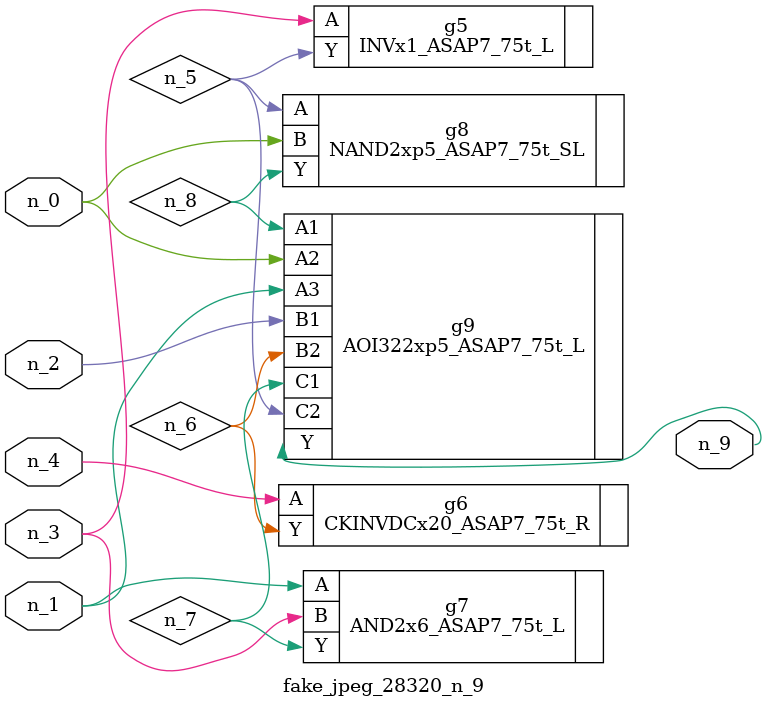
<source format=v>
module fake_jpeg_28320_n_9 (n_3, n_2, n_1, n_0, n_4, n_9);

input n_3;
input n_2;
input n_1;
input n_0;
input n_4;

output n_9;

wire n_8;
wire n_6;
wire n_5;
wire n_7;

INVx1_ASAP7_75t_L g5 ( 
.A(n_3),
.Y(n_5)
);

CKINVDCx20_ASAP7_75t_R g6 ( 
.A(n_4),
.Y(n_6)
);

AND2x6_ASAP7_75t_L g7 ( 
.A(n_1),
.B(n_3),
.Y(n_7)
);

NAND2xp5_ASAP7_75t_SL g8 ( 
.A(n_5),
.B(n_0),
.Y(n_8)
);

AOI322xp5_ASAP7_75t_L g9 ( 
.A1(n_8),
.A2(n_0),
.A3(n_1),
.B1(n_2),
.B2(n_6),
.C1(n_7),
.C2(n_5),
.Y(n_9)
);


endmodule
</source>
